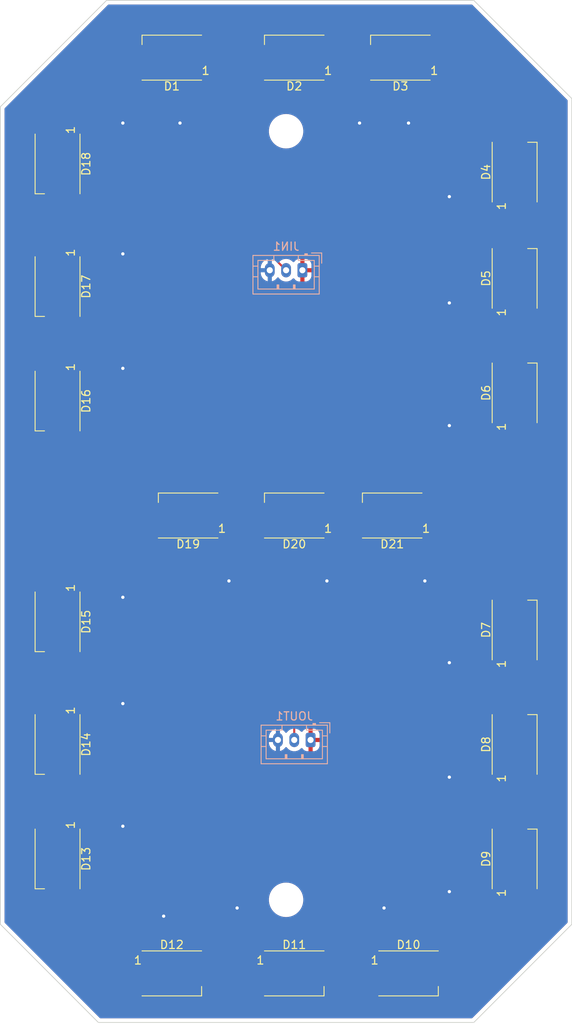
<source format=kicad_pcb>
(kicad_pcb (version 20211014) (generator pcbnew)
  (layers (0 "F.Cu" signal) (31 "B.Cu" signal) (34 "B.Paste" user) (35 "F.Paste" user) (36 "B.SilkS" user "B.Silkscreen") (37 "F.SilkS" user "F.Silkscreen") (38 "B.Mask" user) (39 "F.Mask" user) (44 "Edge.Cuts" user))
  (net 0 "")
  (net 1 "VDD")
  (net 2 "Net-(D1-Pad2)")
  (net 3 "VSS")
  (net 4 "Net-(D1-Pad4)")
  (net 5 "Net-(D2-Pad2)")
  (net 6 "Net-(D3-Pad2)")
  (net 7 "Net-(D4-Pad2)")
  (net 8 "Net-(D5-Pad2)")
  (net 9 "Net-(D6-Pad2)")
  (net 10 "Net-(D7-Pad2)")
  (net 11 "Net-(D8-Pad2)")
  (net 12 "Net-(D10-Pad4)")
  (net 13 "Net-(D10-Pad2)")
  (net 14 "Net-(D11-Pad2)")
  (net 15 "Net-(D12-Pad2)")
  (net 16 "Net-(D13-Pad2)")
  (net 17 "Net-(D14-Pad2)")
  (net 18 "Net-(D15-Pad2)")
  (net 19 "Net-(D16-Pad2)")
  (net 20 "Net-(D17-Pad2)")
  (net 21 "Net-(D18-Pad2)")
  (net 22 "Net-(D19-Pad2)")
  (net 23 "Net-(D20-Pad2)")
  (net 24 "Net-(D21-Pad2)")
  (footprint "LED_SMD:LED_WS2812B_PLCC4_5.0x5.0mm_P3.2mm" (layer "F.Cu") (at 75 134 -90)
    (fp_text reference "D14" (at 0 -3.5 90) (layer "F.SilkS"))
    (fp_text value "WS2812B")
    (fp_text user "1" (at -4.15 -1.6 90) (layer "F.SilkS"))
    (fp_line (start -3.65 -2.75) (end 3.65 -2.75) (layer "F.SilkS") (width 0.12))
    (fp_line (start -3.65 2.75) (end 3.65 2.75) (layer "F.SilkS") (width 0.12))
    (fp_line (start 3.65 2.75) (end 3.65 1.6) (layer "F.SilkS") (width 0.12))
    (pad "1" smd rect (at -2.45 -1.6 270) (size 1.5 1) (layers "F.Cu" "F.Paste" "F.Mask") (net 1 "VDD"))
    (pad "2" smd rect (at -2.45 1.6 270) (size 1.5 1) (layers "F.Cu" "F.Paste" "F.Mask") (net 17 "Net-(D14-Pad2)"))
    (pad "3" smd rect (at 2.45 1.6 270) (size 1.5 1) (layers "F.Cu" "F.Paste" "F.Mask") (net 3 "VSS"))
    (pad "4" smd rect (at 2.45 -1.6 270) (size 1.5 1) (layers "F.Cu" "F.Paste" "F.Mask") (net 16 "Net-(D13-Pad2)"))
  )
  (footprint "LED_SMD:LED_WS2812B_PLCC4_5.0x5.0mm_P3.2mm" (layer "F.Cu") (at 131 120 90)
    (fp_text reference "D7" (at 0 -3.5 90) (layer "F.SilkS"))
    (fp_text value "WS2812B")
    (fp_text user "1" (at -4.15 -1.6 90) (layer "F.SilkS"))
    (fp_line (start -3.65 -2.75) (end 3.65 -2.75) (layer "F.SilkS") (width 0.12))
    (fp_line (start 3.65 2.75) (end 3.65 1.6) (layer "F.SilkS") (width 0.12))
    (fp_line (start -3.65 2.75) (end 3.65 2.75) (layer "F.SilkS") (width 0.12))
    (pad "1" smd rect (at -2.45 -1.6 90) (size 1.5 1) (layers "F.Cu" "F.Paste" "F.Mask") (net 1 "VDD"))
    (pad "2" smd rect (at -2.45 1.6 90) (size 1.5 1) (layers "F.Cu" "F.Paste" "F.Mask") (net 10 "Net-(D7-Pad2)"))
    (pad "3" smd rect (at 2.45 1.6 90) (size 1.5 1) (layers "F.Cu" "F.Paste" "F.Mask") (net 3 "VSS"))
    (pad "4" smd rect (at 2.45 -1.6 90) (size 1.5 1) (layers "F.Cu" "F.Paste" "F.Mask") (net 9 "Net-(D6-Pad2)"))
  )
  (footprint "LED_SMD:LED_WS2812B_PLCC4_5.0x5.0mm_P3.2mm" (layer "F.Cu") (at 75 78 -90)
    (fp_text reference "D17" (at 0 -3.5 90) (layer "F.SilkS"))
    (fp_text value "WS2812B")
    (fp_text user "1" (at -4.15 -1.6 90) (layer "F.SilkS"))
    (fp_line (start 3.65 2.75) (end 3.65 1.6) (layer "F.SilkS") (width 0.12))
    (fp_line (start -3.65 2.75) (end 3.65 2.75) (layer "F.SilkS") (width 0.12))
    (fp_line (start -3.65 -2.75) (end 3.65 -2.75) (layer "F.SilkS") (width 0.12))
    (pad "1" smd rect (at -2.45 -1.6 270) (size 1.5 1) (layers "F.Cu" "F.Paste" "F.Mask") (net 1 "VDD"))
    (pad "2" smd rect (at -2.45 1.6 270) (size 1.5 1) (layers "F.Cu" "F.Paste" "F.Mask") (net 20 "Net-(D17-Pad2)"))
    (pad "3" smd rect (at 2.45 1.6 270) (size 1.5 1) (layers "F.Cu" "F.Paste" "F.Mask") (net 3 "VSS"))
    (pad "4" smd rect (at 2.45 -1.6 270) (size 1.5 1) (layers "F.Cu" "F.Paste" "F.Mask") (net 19 "Net-(D16-Pad2)"))
  )
  (footprint "LED_SMD:LED_WS2812B_PLCC4_5.0x5.0mm_P3.2mm" (layer "F.Cu") (at 131 64 90)
    (fp_text reference "D4" (at 0 -3.5 90) (layer "F.SilkS"))
    (fp_text value "WS2812B")
    (fp_text user "1" (at -4.15 -1.6 90) (layer "F.SilkS"))
    (fp_line (start -3.65 -2.75) (end 3.65 -2.75) (layer "F.SilkS") (width 0.12))
    (fp_line (start 3.65 2.75) (end 3.65 1.6) (layer "F.SilkS") (width 0.12))
    (fp_line (start -3.65 2.75) (end 3.65 2.75) (layer "F.SilkS") (width 0.12))
    (pad "1" smd rect (at -2.45 -1.6 90) (size 1.5 1) (layers "F.Cu" "F.Paste" "F.Mask") (net 1 "VDD"))
    (pad "2" smd rect (at -2.45 1.6 90) (size 1.5 1) (layers "F.Cu" "F.Paste" "F.Mask") (net 7 "Net-(D4-Pad2)"))
    (pad "3" smd rect (at 2.45 1.6 90) (size 1.5 1) (layers "F.Cu" "F.Paste" "F.Mask") (net 3 "VSS"))
    (pad "4" smd rect (at 2.45 -1.6 90) (size 1.5 1) (layers "F.Cu" "F.Paste" "F.Mask") (net 6 "Net-(D3-Pad2)"))
  )
  (footprint "LED_SMD:LED_WS2812B_PLCC4_5.0x5.0mm_P3.2mm" (layer "F.Cu") (at 75 63 -90)
    (fp_text reference "D18" (at 0 -3.5 90) (layer "F.SilkS"))
    (fp_text value "WS2812B")
    (fp_text user "1" (at -4.15 -1.6 90) (layer "F.SilkS"))
    (fp_line (start 3.65 2.75) (end 3.65 1.6) (layer "F.SilkS") (width 0.12))
    (fp_line (start -3.65 -2.75) (end 3.65 -2.75) (layer "F.SilkS") (width 0.12))
    (fp_line (start -3.65 2.75) (end 3.65 2.75) (layer "F.SilkS") (width 0.12))
    (pad "1" smd rect (at -2.45 -1.6 270) (size 1.5 1) (layers "F.Cu" "F.Paste" "F.Mask") (net 1 "VDD"))
    (pad "2" smd rect (at -2.45 1.6 270) (size 1.5 1) (layers "F.Cu" "F.Paste" "F.Mask") (net 21 "Net-(D18-Pad2)"))
    (pad "3" smd rect (at 2.45 1.6 270) (size 1.5 1) (layers "F.Cu" "F.Paste" "F.Mask") (net 3 "VSS"))
    (pad "4" smd rect (at 2.45 -1.6 270) (size 1.5 1) (layers "F.Cu" "F.Paste" "F.Mask") (net 20 "Net-(D17-Pad2)"))
  )
  (footprint "MountingHole:MountingHole_3.2mm_M3" (layer "F.Cu") (at 103 59)
    (fp_text reference "REF**" hide)
    (fp_text value "MountingHole_3.2mm_M3")
    (pad "" np_thru_hole circle (at 0 0) (size 3.2 3.2) (drill 3.2) (layers *.Cu *.Mask))
  )
  (footprint "LED_SMD:LED_WS2812B_PLCC4_5.0x5.0mm_P3.2mm" (layer "F.Cu") (at 75 148 -90)
    (fp_text reference "D13" (at 0 -3.5 90) (layer "F.SilkS"))
    (fp_text value "WS2812B")
    (fp_text user "1" (at -4.15 -1.6 90) (layer "F.SilkS"))
    (fp_line (start -3.65 2.75) (end 3.65 2.75) (layer "F.SilkS") (width 0.12))
    (fp_line (start 3.65 2.75) (end 3.65 1.6) (layer "F.SilkS") (width 0.12))
    (fp_line (start -3.65 -2.75) (end 3.65 -2.75) (layer "F.SilkS") (width 0.12))
    (pad "1" smd rect (at -2.45 -1.6 270) (size 1.5 1) (layers "F.Cu" "F.Paste" "F.Mask") (net 1 "VDD"))
    (pad "2" smd rect (at -2.45 1.6 270) (size 1.5 1) (layers "F.Cu" "F.Paste" "F.Mask") (net 16 "Net-(D13-Pad2)"))
    (pad "3" smd rect (at 2.45 1.6 270) (size 1.5 1) (layers "F.Cu" "F.Paste" "F.Mask") (net 3 "VSS"))
    (pad "4" smd rect (at 2.45 -1.6 270) (size 1.5 1) (layers "F.Cu" "F.Paste" "F.Mask") (net 15 "Net-(D12-Pad2)"))
  )
  (footprint "LED_SMD:LED_WS2812B_PLCC4_5.0x5.0mm_P3.2mm" (layer "F.Cu") (at 89 50 180)
    (fp_text reference "D1" (at 0 -3.5) (layer "F.SilkS"))
    (fp_text value "WS2812B")
    (fp_text user "1" (at -4.15 -1.6) (layer "F.SilkS"))
    (fp_line (start -3.65 -2.75) (end 3.65 -2.75) (layer "F.SilkS") (width 0.12))
    (fp_line (start 3.65 2.75) (end 3.65 1.6) (layer "F.SilkS") (width 0.12))
    (fp_line (start -3.65 2.75) (end 3.65 2.75) (layer "F.SilkS") (width 0.12))
    (pad "1" smd rect (at -2.45 -1.6 180) (size 1.5 1) (layers "F.Cu" "F.Paste" "F.Mask") (net 1 "VDD"))
    (pad "2" smd rect (at -2.45 1.6 180) (size 1.5 1) (layers "F.Cu" "F.Paste" "F.Mask") (net 2 "Net-(D1-Pad2)"))
    (pad "3" smd rect (at 2.45 1.6 180) (size 1.5 1) (layers "F.Cu" "F.Paste" "F.Mask") (net 3 "VSS"))
    (pad "4" smd rect (at 2.45 -1.6 180) (size 1.5 1) (layers "F.Cu" "F.Paste" "F.Mask") (net 4 "Net-(D1-Pad4)"))
  )
  (footprint "LED_SMD:LED_WS2812B_PLCC4_5.0x5.0mm_P3.2mm" (layer "F.Cu") (at 117 50 180)
    (fp_text reference "D3" (at 0 -3.5) (layer "F.SilkS"))
    (fp_text value "WS2812B")
    (fp_text user "1" (at -4.15 -1.6) (layer "F.SilkS"))
    (fp_line (start -3.65 -2.75) (end 3.65 -2.75) (layer "F.SilkS") (width 0.12))
    (fp_line (start -3.65 2.75) (end 3.65 2.75) (layer "F.SilkS") (width 0.12))
    (fp_line (start 3.65 2.75) (end 3.65 1.6) (layer "F.SilkS") (width 0.12))
    (pad "1" smd rect (at -2.45 -1.6 180) (size 1.5 1) (layers "F.Cu" "F.Paste" "F.Mask") (net 1 "VDD"))
    (pad "2" smd rect (at -2.45 1.6 180) (size 1.5 1) (layers "F.Cu" "F.Paste" "F.Mask") (net 6 "Net-(D3-Pad2)"))
    (pad "3" smd rect (at 2.45 1.6 180) (size 1.5 1) (layers "F.Cu" "F.Paste" "F.Mask") (net 3 "VSS"))
    (pad "4" smd rect (at 2.45 -1.6 180) (size 1.5 1) (layers "F.Cu" "F.Paste" "F.Mask") (net 5 "Net-(D2-Pad2)"))
  )
  (footprint "LED_SMD:LED_WS2812B_PLCC4_5.0x5.0mm_P3.2mm" (layer "F.Cu") (at 131 77 90)
    (fp_text reference "D5" (at 0 -3.5 90) (layer "F.SilkS"))
    (fp_text value "WS2812B")
    (fp_text user "1" (at -4.15 -1.6 90) (layer "F.SilkS"))
    (fp_line (start -3.65 -2.75) (end 3.65 -2.75) (layer "F.SilkS") (width 0.12))
    (fp_line (start 3.65 2.75) (end 3.65 1.6) (layer "F.SilkS") (width 0.12))
    (fp_line (start -3.65 2.75) (end 3.65 2.75) (layer "F.SilkS") (width 0.12))
    (pad "1" smd rect (at -2.45 -1.6 90) (size 1.5 1) (layers "F.Cu" "F.Paste" "F.Mask") (net 1 "VDD"))
    (pad "2" smd rect (at -2.45 1.6 90) (size 1.5 1) (layers "F.Cu" "F.Paste" "F.Mask") (net 8 "Net-(D5-Pad2)"))
    (pad "3" smd rect (at 2.45 1.6 90) (size 1.5 1) (layers "F.Cu" "F.Paste" "F.Mask") (net 3 "VSS"))
    (pad "4" smd rect (at 2.45 -1.6 90) (size 1.5 1) (layers "F.Cu" "F.Paste" "F.Mask") (net 7 "Net-(D4-Pad2)"))
  )
  (footprint "LED_SMD:LED_WS2812B_PLCC4_5.0x5.0mm_P3.2mm" (layer "F.Cu") (at 104 50 180)
    (fp_text reference "D2" (at 0 -3.5) (layer "F.SilkS"))
    (fp_text value "WS2812B")
    (fp_text user "1" (at -4.15 -1.6) (layer "F.SilkS"))
    (fp_line (start -3.65 2.75) (end 3.65 2.75) (layer "F.SilkS") (width 0.12))
    (fp_line (start -3.65 -2.75) (end 3.65 -2.75) (layer "F.SilkS") (width 0.12))
    (fp_line (start 3.65 2.75) (end 3.65 1.6) (layer "F.SilkS") (width 0.12))
    (pad "1" smd rect (at -2.45 -1.6 180) (size 1.5 1) (layers "F.Cu" "F.Paste" "F.Mask") (net 1 "VDD"))
    (pad "2" smd rect (at -2.45 1.6 180) (size 1.5 1) (layers "F.Cu" "F.Paste" "F.Mask") (net 5 "Net-(D2-Pad2)"))
    (pad "3" smd rect (at 2.45 1.6 180) (size 1.5 1) (layers "F.Cu" "F.Paste" "F.Mask") (net 3 "VSS"))
    (pad "4" smd rect (at 2.45 -1.6 180) (size 1.5 1) (layers "F.Cu" "F.Paste" "F.Mask") (net 2 "Net-(D1-Pad2)"))
  )
  (footprint "LED_SMD:LED_WS2812B_PLCC4_5.0x5.0mm_P3.2mm" (layer "F.Cu") (at 116 106 180)
    (fp_text reference "D21" (at 0 -3.5) (layer "F.SilkS"))
    (fp_text value "WS2812B")
    (fp_text user "1" (at -4.15 -1.6) (layer "F.SilkS"))
    (fp_line (start -3.65 2.75) (end 3.65 2.75) (layer "F.SilkS") (width 0.12))
    (fp_line (start -3.65 -2.75) (end 3.65 -2.75) (layer "F.SilkS") (width 0.12))
    (fp_line (start 3.65 2.75) (end 3.65 1.6) (layer "F.SilkS") (width 0.12))
    (pad "1" smd rect (at -2.45 -1.6 180) (size 1.5 1) (layers "F.Cu" "F.Paste" "F.Mask") (net 1 "VDD"))
    (pad "2" smd rect (at -2.45 1.6 180) (size 1.5 1) (layers "F.Cu" "F.Paste" "F.Mask") (net 24 "Net-(D21-Pad2)"))
    (pad "3" smd rect (at 2.45 1.6 180) (size 1.5 1) (layers "F.Cu" "F.Paste" "F.Mask") (net 3 "VSS"))
    (pad "4" smd rect (at 2.45 -1.6 180) (size 1.5 1) (layers "F.Cu" "F.Paste" "F.Mask") (net 23 "Net-(D20-Pad2)"))
  )
  (footprint "MountingHole:MountingHole_3.2mm_M3" (layer "F.Cu") (at 103 153)
    (fp_text reference "REF**" hide)
    (fp_text value "MountingHole_3.2mm_M3")
    (pad "" np_thru_hole circle (at 0 0) (size 3.2 3.2) (drill 3.2) (layers *.Cu *.Mask))
  )
  (footprint "LED_SMD:LED_WS2812B_PLCC4_5.0x5.0mm_P3.2mm" (layer "F.Cu") (at 131 91 90)
    (fp_text reference "D6" (at 0 -3.5 90) (layer "F.SilkS"))
    (fp_text value "WS2812B")
    (fp_text user "1" (at -4.15 -1.6 90) (layer "F.SilkS"))
    (fp_line (start 3.65 2.75) (end 3.65 1.6) (layer "F.SilkS") (width 0.12))
    (fp_line (start -3.65 -2.75) (end 3.65 -2.75) (layer "F.SilkS") (width 0.12))
    (fp_line (start -3.65 2.75) (end 3.65 2.75) (layer "F.SilkS") (width 0.12))
    (pad "1" smd rect (at -2.45 -1.6 90) (size 1.5 1) (layers "F.Cu" "F.Paste" "F.Mask") (net 1 "VDD"))
    (pad "2" smd rect (at -2.45 1.6 90) (size 1.5 1) (layers "F.Cu" "F.Paste" "F.Mask") (net 9 "Net-(D6-Pad2)"))
    (pad "3" smd rect (at 2.45 1.6 90) (size 1.5 1) (layers "F.Cu" "F.Paste" "F.Mask") (net 3 "VSS"))
    (pad "4" smd rect (at 2.45 -1.6 90) (size 1.5 1) (layers "F.Cu" "F.Paste" "F.Mask") (net 8 "Net-(D5-Pad2)"))
  )
  (footprint "LED_SMD:LED_WS2812B_PLCC4_5.0x5.0mm_P3.2mm" (layer "F.Cu") (at 104 162)
    (fp_text reference "D11" (at 0 -3.5) (layer "F.SilkS"))
    (fp_text value "WS2812B")
    (fp_text user "1" (at -4.15 -1.6) (layer "F.SilkS"))
    (fp_line (start -3.65 2.75) (end 3.65 2.75) (layer "F.SilkS") (width 0.12))
    (fp_line (start -3.65 -2.75) (end 3.65 -2.75) (layer "F.SilkS") (width 0.12))
    (fp_line (start 3.65 2.75) (end 3.65 1.6) (layer "F.SilkS") (width 0.12))
    (pad "1" smd rect (at -2.45 -1.6) (size 1.5 1) (layers "F.Cu" "F.Paste" "F.Mask") (net 1 "VDD"))
    (pad "2" smd rect (at -2.45 1.6) (size 1.5 1) (layers "F.Cu" "F.Paste" "F.Mask") (net 14 "Net-(D11-Pad2)"))
    (pad "3" smd rect (at 2.45 1.6) (size 1.5 1) (layers "F.Cu" "F.Paste" "F.Mask") (net 3 "VSS"))
    (pad "4" smd rect (at 2.45 -1.6) (size 1.5 1) (layers "F.Cu" "F.Paste" "F.Mask") (net 13 "Net-(D10-Pad2)"))
  )
  (footprint "LED_SMD:LED_WS2812B_PLCC4_5.0x5.0mm_P3.2mm" (layer "F.Cu") (at 75 119 -90)
    (fp_text reference "D15" (at 0 -3.5 90) (layer "F.SilkS"))
    (fp_text value "WS2812B")
    (fp_text user "1" (at -4.15 -1.6 90) (layer "F.SilkS"))
    (fp_line (start -3.65 2.75) (end 3.65 2.75) (layer "F.SilkS") (width 0.12))
    (fp_line (start 3.65 2.75) (end 3.65 1.6) (layer "F.SilkS") (width 0.12))
    (fp_line (start -3.65 -2.75) (end 3.65 -2.75) (layer "F.SilkS") (width 0.12))
    (pad "1" smd rect (at -2.45 -1.6 270) (size 1.5 1) (layers "F.Cu" "F.Paste" "F.Mask") (net 1 "VDD"))
    (pad "2" smd rect (at -2.45 1.6 270) (size 1.5 1) (layers "F.Cu" "F.Paste" "F.Mask") (net 18 "Net-(D15-Pad2)"))
    (pad "3" smd rect (at 2.45 1.6 270) (size 1.5 1) (layers "F.Cu" "F.Paste" "F.Mask") (net 3 "VSS"))
    (pad "4" smd rect (at 2.45 -1.6 270) (size 1.5 1) (layers "F.Cu" "F.Paste" "F.Mask") (net 17 "Net-(D14-Pad2)"))
  )
  (footprint "LED_SMD:LED_WS2812B_PLCC4_5.0x5.0mm_P3.2mm" (layer "F.Cu") (at 91 106 180)
    (fp_text reference "D19" (at 0 -3.5) (layer "F.SilkS"))
    (fp_text value "WS2812B")
    (fp_text user "1" (at -4.15 -1.6) (layer "F.SilkS"))
    (fp_line (start 3.65 2.75) (end 3.65 1.6) (layer "F.SilkS") (width 0.12))
    (fp_line (start -3.65 -2.75) (end 3.65 -2.75) (layer "F.SilkS") (width 0.12))
    (fp_line (start -3.65 2.75) (end 3.65 2.75) (layer "F.SilkS") (width 0.12))
    (pad "1" smd rect (at -2.45 -1.6 180) (size 1.5 1) (layers "F.Cu" "F.Paste" "F.Mask") (net 1 "VDD"))
    (pad "2" smd rect (at -2.45 1.6 180) (size 1.5 1) (layers "F.Cu" "F.Paste" "F.Mask") (net 22 "Net-(D19-Pad2)"))
    (pad "3" smd rect (at 2.45 1.6 180) (size 1.5 1) (layers "F.Cu" "F.Paste" "F.Mask") (net 3 "VSS"))
    (pad "4" smd rect (at 2.45 -1.6 180) (size 1.5 1) (layers "F.Cu" "F.Paste" "F.Mask") (net 21 "Net-(D18-Pad2)"))
  )
  (footprint "LED_SMD:LED_WS2812B_PLCC4_5.0x5.0mm_P3.2mm" (layer "F.Cu") (at 131 134 90)
    (fp_text reference "D8" (at 0 -3.5 90) (layer "F.SilkS"))
    (fp_text value "WS2812B")
    (fp_text user "1" (at -4.15 -1.6 90) (layer "F.SilkS"))
    (fp_line (start 3.65 2.75) (end 3.65 1.6) (layer "F.SilkS") (width 0.12))
    (fp_line (start -3.65 2.75) (end 3.65 2.75) (layer "F.SilkS") (width 0.12))
    (fp_line (start -3.65 -2.75) (end 3.65 -2.75) (layer "F.SilkS") (width 0.12))
    (pad "1" smd rect (at -2.45 -1.6 90) (size 1.5 1) (layers "F.Cu" "F.Paste" "F.Mask") (net 1 "VDD"))
    (pad "2" smd rect (at -2.45 1.6 90) (size 1.5 1) (layers "F.Cu" "F.Paste" "F.Mask") (net 11 "Net-(D8-Pad2)"))
    (pad "3" smd rect (at 2.45 1.6 90) (size 1.5 1) (layers "F.Cu" "F.Paste" "F.Mask") (net 3 "VSS"))
    (pad "4" smd rect (at 2.45 -1.6 90) (size 1.5 1) (layers "F.Cu" "F.Paste" "F.Mask") (net 10 "Net-(D7-Pad2)"))
  )
  (footprint "LED_SMD:LED_WS2812B_PLCC4_5.0x5.0mm_P3.2mm" (layer "F.Cu") (at 118 162)
    (fp_text reference "D10" (at 0 -3.5) (layer "F.SilkS"))
    (fp_text value "WS2812B")
    (fp_text user "1" (at -4.15 -1.6) (layer "F.SilkS"))
    (fp_line (start 3.65 2.75) (end 3.65 1.6) (layer "F.SilkS") (width 0.12))
    (fp_line (start -3.65 2.75) (end 3.65 2.75) (layer "F.SilkS") (width 0.12))
    (fp_line (start -3.65 -2.75) (end 3.65 -2.75) (layer "F.SilkS") (width 0.12))
    (pad "1" smd rect (at -2.45 -1.6) (size 1.5 1) (layers "F.Cu" "F.Paste" "F.Mask") (net 1 "VDD"))
    (pad "2" smd rect (at -2.45 1.6) (size 1.5 1) (layers "F.Cu" "F.Paste" "F.Mask") (net 13 "Net-(D10-Pad2)"))
    (pad "3" smd rect (at 2.45 1.6) (size 1.5 1) (layers "F.Cu" "F.Paste" "F.Mask") (net 3 "VSS"))
    (pad "4" smd rect (at 2.45 -1.6) (size 1.5 1) (layers "F.Cu" "F.Paste" "F.Mask") (net 12 "Net-(D10-Pad4)"))
  )
  (footprint "LED_SMD:LED_WS2812B_PLCC4_5.0x5.0mm_P3.2mm" (layer "F.Cu") (at 131 148 90)
    (fp_text reference "D9" (at 0 -3.5 90) (layer "F.SilkS"))
    (fp_text value "WS2812B")
    (fp_text user "1" (at -4.15 -1.6 90) (layer "F.SilkS"))
    (fp_line (start -3.65 -2.75) (end 3.65 -2.75) (layer "F.SilkS") (width 0.12))
    (fp_line (start 3.65 2.75) (end 3.65 1.6) (layer "F.SilkS") (width 0.12))
    (fp_line (start -3.65 2.75) (end 3.65 2.75) (layer "F.SilkS") (width 0.12))
    (pad "1" smd rect (at -2.45 -1.6 90) (size 1.5 1) (layers "F.Cu" "F.Paste" "F.Mask") (net 1 "VDD"))
    (pad "2" smd rect (at -2.45 1.6 90) (size 1.5 1) (layers "F.Cu" "F.Paste" "F.Mask") (net 12 "Net-(D10-Pad4)"))
    (pad "3" smd rect (at 2.45 1.6 90) (size 1.5 1) (layers "F.Cu" "F.Paste" "F.Mask") (net 3 "VSS"))
    (pad "4" smd rect (at 2.45 -1.6 90) (size 1.5 1) (layers "F.Cu" "F.Paste" "F.Mask") (net 11 "Net-(D8-Pad2)"))
  )
  (footprint "LED_SMD:LED_WS2812B_PLCC4_5.0x5.0mm_P3.2mm" (layer "F.Cu") (at 89 162)
    (fp_text reference "D12" (at 0 -3.5) (layer "F.SilkS"))
    (fp_text value "WS2812B")
    (fp_text user "1" (at -4.15 -1.6) (layer "F.SilkS"))
    (fp_line (start -3.65 -2.75) (end 3.65 -2.75) (layer "F.SilkS") (width 0.12))
    (fp_line (start -3.65 2.75) (end 3.65 2.75) (layer "F.SilkS") (width 0.12))
    (fp_line (start 3.65 2.75) (end 3.65 1.6) (layer "F.SilkS") (width 0.12))
    (pad "1" smd rect (at -2.45 -1.6) (size 1.5 1) (layers "F.Cu" "F.Paste" "F.Mask") (net 1 "VDD"))
    (pad "2" smd rect (at -2.45 1.6) (size 1.5 1) (layers "F.Cu" "F.Paste" "F.Mask") (net 15 "Net-(D12-Pad2)"))
    (pad "3" smd rect (at 2.45 1.6) (size 1.5 1) (layers "F.Cu" "F.Paste" "F.Mask") (net 3 "VSS"))
    (pad "4" smd rect (at 2.45 -1.6) (size 1.5 1) (layers "F.Cu" "F.Paste" "F.Mask") (net 14 "Net-(D11-Pad2)"))
  )
  (footprint "LED_SMD:LED_WS2812B_PLCC4_5.0x5.0mm_P3.2mm" (layer "F.Cu") (at 75 92 -90)
    (fp_text reference "D16" (at 0 -3.5 90) (layer "F.SilkS"))
    (fp_text value "WS2812B")
    (fp_text user "1" (at -4.15 -1.6 90) (layer "F.SilkS"))
    (fp_line (start -3.65 2.75) (end 3.65 2.75) (layer "F.SilkS") (width 0.12))
    (fp_line (start 3.65 2.75) (end 3.65 1.6) (layer "F.SilkS") (width 0.12))
    (fp_line (start -3.65 -2.75) (end 3.65 -2.75) (layer "F.SilkS") (width 0.12))
    (pad "1" smd rect (at -2.45 -1.6 270) (size 1.5 1) (layers "F.Cu" "F.Paste" "F.Mask") (net 1 "VDD"))
    (pad "2" smd rect (at -2.45 1.6 270) (size 1.5 1) (layers "F.Cu" "F.Paste" "F.Mask") (net 19 "Net-(D16-Pad2)"))
    (pad "3" smd rect (at 2.45 1.6 270) (size 1.5 1) (layers "F.Cu" "F.Paste" "F.Mask") (net 3 "VSS"))
    (pad "4" smd rect (at 2.45 -1.6 270) (size 1.5 1) (layers "F.Cu" "F.Paste" "F.Mask") (net 18 "Net-(D15-Pad2)"))
  )
  (footprint "LED_SMD:LED_WS2812B_PLCC4_5.0x5.0mm_P3.2mm" (layer "F.Cu") (at 104 106 180)
    (fp_text reference "D20" (at 0 -3.5) (layer "F.SilkS"))
    (fp_text value "WS2812B")
    (fp_text user "1" (at -4.15 -1.6) (layer "F.SilkS"))
    (fp_line (start 3.65 2.75) (end 3.65 1.6) (layer "F.SilkS") (width 0.12))
    (fp_line (start -3.65 -2.75) (end 3.65 -2.75) (layer "F.SilkS") (width 0.12))
    (fp_line (start -3.65 2.75) (end 3.65 2.75) (layer "F.SilkS") (width 0.12))
    (pad "1" smd rect (at -2.45 -1.6 180) (size 1.5 1) (layers "F.Cu" "F.Paste" "F.Mask") (net 1 "VDD"))
    (pad "2" smd rect (at -2.45 1.6 180) (size 1.5 1) (layers "F.Cu" "F.Paste" "F.Mask") (net 23 "Net-(D20-Pad2)"))
    (pad "3" smd rect (at 2.45 1.6 180) (size 1.5 1) (layers "F.Cu" "F.Paste" "F.Mask") (net 3 "VSS"))
    (pad "4" smd rect (at 2.45 -1.6 180) (size 1.5 1) (layers "F.Cu" "F.Paste" "F.Mask") (net 22 "Net-(D19-Pad2)"))
  )
  (footprint "Connector_JST:JST_PH_B3B-PH-K_1x03_P2.00mm_Vertical" (layer "B.Cu") (at 105 76 180)
    (fp_text reference "JIN1" (at 2 2.9) (layer "B.SilkS") (effects (justify mirror)))
    (fp_text value "Conn_01x03_Male")
    (fp_line (start 6.06 1.81) (end -2.06 1.81) (layer "B.SilkS") (width 0.12))
    (fp_line (start -1.45 -2.3) (end 5.45 -2.3) (layer "B.SilkS") (width 0.12))
    (fp_line (start 0.9 -2.3) (end 0.9 -1.8) (layer "B.SilkS") (width 0.12))
    (fp_line (start 6.06 0.5) (end 5.45 0.5) (layer "B.SilkS") (width 0.12))
    (fp_line (start 5.45 -2.3) (end 5.45 1.2) (layer "B.SilkS") (width 0.12))
    (fp_line (start -2.06 1.81) (end -2.06 -2.91) (layer "B.SilkS") (width 0.12))
    (fp_line (start -2.06 -2.91) (end 6.06 -2.91) (layer "B.SilkS") (width 0.12))
    (fp_line (start 1.1 -1.8) (end 1.1 -2.3) (layer "B.SilkS") (width 0.12))
    (fp_line (start 2.9 -1.8) (end 3.1 -1.8) (layer "B.SilkS") (width 0.12))
    (fp_line (start 0.9 -1.8) (end 1.1 -1.8) (layer "B.SilkS") (width 0.12))
    (fp_line (start -1.11 2.11) (end -2.36 2.11) (layer "B.SilkS") (width 0.12))
    (fp_line (start 3 -2.3) (end 3 -1.8) (layer "B.SilkS") (width 0.12))
    (fp_line (start 5.45 1.2) (end 3.5 1.2) (layer "B.SilkS") (width 0.12))
    (fp_line (start 0.5 1.2) (end -1.45 1.2) (layer "B.SilkS") (width 0.12))
    (fp_line (start -0.6 2.01) (end -0.6 1.81) (layer "B.SilkS") (width 0.12))
    (fp_line (start 0.5 1.81) (end 0.5 1.2) (layer "B.SilkS") (width 0.12))
    (fp_line (start 6.06 -2.91) (end 6.06 1.81) (layer "B.SilkS") (width 0.12))
    (fp_line (start 1 -2.3) (end 1 -1.8) (layer "B.SilkS") (width 0.12))
    (fp_line (start -0.3 2.01) (end -0.6 2.01) (layer "B.SilkS") (width 0.12))
    (fp_line (start 6.06 -0.8) (end 5.45 -0.8) (layer "B.SilkS") (width 0.12))
    (fp_line (start 2.9 -2.3) (end 2.9 -1.8) (layer "B.SilkS") (width 0.12))
    (fp_line (start -0.3 1.81) (end -0.3 2.01) (layer "B.SilkS") (width 0.12))
    (fp_line (start -2.06 -0.8) (end -1.45 -0.8) (layer "B.SilkS") (width 0.12))
    (fp_line (start 3.5 1.2) (end 3.5 1.81) (layer "B.SilkS") (width 0.12))
    (fp_line (start -2.06 0.5) (end -1.45 0.5) (layer "B.SilkS") (width 0.12))
    (fp_line (start -2.36 2.11) (end -2.36 0.86) (layer "B.SilkS") (width 0.12))
    (fp_line (start -1.45 1.2) (end -1.45 -2.3) (layer "B.SilkS") (width 0.12))
    (fp_line (start -0.3 1.91) (end -0.6 1.91) (layer "B.SilkS") (width 0.12))
    (fp_line (start 3.1 -1.8) (end 3.1 -2.3) (layer "B.SilkS") (width 0.12))
    (pad "1" thru_hole roundrect (at 0 0 180) (size 1.2 1.75) (drill 0.75) (layers *.Cu *.Mask) (roundrect_rratio 0.2083333333) (net 3 "VSS"))
    (pad "2" thru_hole oval (at 2 0 180) (size 1.2 1.75) (drill 0.75) (layers *.Cu *.Mask) (net 4 "Net-(D1-Pad4)"))
    (pad "3" thru_hole oval (at 4 0 180) (size 1.2 1.75) (drill 0.75) (layers *.Cu *.Mask) (net 1 "VDD"))
  )
  (footprint "Connector_JST:JST_PH_B3B-PH-K_1x03_P2.00mm_Vertical" (layer "B.Cu") (at 106 133.45 180)
    (fp_text reference "JOUT1" (at 2 2.9) (layer "B.SilkS") (effects (justify mirror)))
    (fp_text value "Conn_01x03_Male")
    (fp_line (start 6.06 1.81) (end -2.06 1.81) (layer "B.SilkS") (width 0.12))
    (fp_line (start 1 -2.3) (end 1 -1.8) (layer "B.SilkS") (width 0.12))
    (fp_line (start 0.5 1.81) (end 0.5 1.2) (layer "B.SilkS") (width 0.12))
    (fp_line (start -0.3 1.91) (end -0.6 1.91) (layer "B.SilkS") (width 0.12))
    (fp_line (start 0.9 -2.3) (end 0.9 -1.8) (layer "B.SilkS") (width 0.12))
    (fp_line (start 5.45 1.2) (end 3.5 1.2) (layer "B.SilkS") (width 0.12))
    (fp_line (start -1.45 1.2) (end -1.45 -2.3) (layer "B.SilkS") (width 0.12))
    (fp_line (start -1.11 2.11) (end -2.36 2.11) (layer "B.SilkS") (width 0.12))
    (fp_line (start -0.3 2.01) (end -0.6 2.01) (layer "B.SilkS") (width 0.12))
    (fp_line (start 3 -2.3) (end 3 -1.8) (layer "B.SilkS") (width 0.12))
    (fp_line (start -2.06 -0.8) (end -1.45 -0.8) (layer "B.SilkS") (width 0.12))
    (fp_line (start 2.9 -2.3) (end 2.9 -1.8) (layer "B.SilkS") (width 0.12))
    (fp_line (start 3.5 1.2) (end 3.5 1.81) (layer "B.SilkS") (width 0.12))
    (fp_line (start 0.5 1.2) (end -1.45 1.2) (layer "B.SilkS") (width 0.12))
    (fp_line (start -2.06 1.81) (end -2.06 -2.91) (layer "B.SilkS") (width 0.12))
    (fp_line (start -0.6 2.01) (end -0.6 1.81) (layer "B.SilkS") (width 0.12))
    (fp_line (start 1.1 -1.8) (end 1.1 -2.3) (layer "B.SilkS") (width 0.12))
    (fp_line (start 6.06 -0.8) (end 5.45 -0.8) (layer "B.SilkS") (width 0.12))
    (fp_line (start -1.45 -2.3) (end 5.45 -2.3) (layer "B.SilkS") (width 0.12))
    (fp_line (start 5.45 -2.3) (end 5.45 1.2) (layer "B.SilkS") (width 0.12))
    (fp_line (start 0.9 -1.8) (end 1.1 -1.8) (layer "B.SilkS") (width 0.12))
    (fp_line (start 6.06 -2.91) (end 6.06 1.81) (layer "B.SilkS") (width 0.12))
    (fp_line (start 6.06 0.5) (end 5.45 0.5) (layer "B.SilkS") (width 0.12))
    (fp_line (start -2.36 2.11) (end -2.36 0.86) (layer "B.SilkS") (width 0.12))
    (fp_line (start 2.9 -1.8) (end 3.1 -1.8) (layer "B.SilkS") (width 0.12))
    (fp_line (start -2.06 0.5) (end -1.45 0.5) (layer "B.SilkS") (width 0.12))
    (fp_line (start 3.1 -1.8) (end 3.1 -2.3) (layer "B.SilkS") (width 0.12))
    (fp_line (start -2.06 -2.91) (end 6.06 -2.91) (layer "B.SilkS") (width 0.12))
    (fp_line (start -0.3 1.81) (end -0.3 2.01) (layer "B.SilkS") (width 0.12))
    (pad "1" thru_hole roundrect (at 0 0 180) (size 1.2 1.75) (drill 0.75) (layers *.Cu *.Mask) (roundrect_rratio 0.2083333333) (net 3 "VSS"))
    (pad "2" thru_hole oval (at 2 0 180) (size 1.2 1.75) (drill 0.75) (layers *.Cu *.Mask) (net 24 "Net-(D21-Pad2)"))
    (pad "3" thru_hole oval (at 4 0 180) (size 1.2 1.75) (drill 0.75) (layers *.Cu *.Mask) (net 1 "VDD"))
  )
  (gr_poly (pts (xy 138 55) (xy 138 156) (xy 126 168) (xy 80 168) (xy 68 156) (xy 68 56) (xy 81 43) (xy 126 43)) (layer "Edge.Cuts") (width 0.1) (fill none))
  (segment (start 83 116) (end 82.45 116.55) (width 1) (layer "F.Cu") (net 1))
  (segment (start 123 124) (end 124.55 122.45) (width 1) (layer "F.Cu") (net 1))
  (segment (start 124.55 136.45) (end 129.4 136.45) (width 1) (layer "F.Cu") (net 1))
  (segment (start 97 154) (end 97 156) (width 1) (layer "F.Cu") (net 1))
  (segment (start 83 74) (end 81.45 75.55) (width 1) (layer "F.Cu") (net 1))
  (segment (start 90 53.05) (end 91.45 51.6) (width 1) (layer "F.Cu") (net 1))
  (segment (start 115 159.85) (end 115.55 160.4) (width 1) (layer "F.Cu") (net 1))
  (segment (start 81.45 89.55) (end 76.6 89.55) (width 1) (layer "F.Cu") (net 1))
  (segment (start 120 114) (end 118.45 112.45) (width 1) (layer "F.Cu") (net 1))
  (segment (start 112 58) (end 112 57.15) (width 1) (layer "F.Cu") (net 1))
  (segment (start 123.55 79.45) (end 129.4 79.45) (width 1) (layer "F.Cu") (net 1))
  (segment (start 80.45 60.55) (end 76.6 60.55) (width 1) (layer "F.Cu") (net 1))
  (segment (start 86.55 156.45) (end 86.55 160.4) (width 1) (layer "F.Cu") (net 1))
  (segment (start 123 67) (end 123.55 66.45) (width 1) (layer "F.Cu") (net 1))
  (segment (start 106.45 112.45) (end 106.45 107.6) (width 1) (layer "F.Cu") (net 1))
  (segment (start 118.45 112.45) (end 118.45 107.6) (width 1) (layer "F.Cu") (net 1))
  (segment (start 124.55 150.45) (end 129.4 150.45) (width 1) (layer "F.Cu") (net 1))
  (segment (start 90 58) (end 90 53.05) (width 1) (layer "F.Cu") (net 1))
  (segment (start 76.6 131.4) (end 76.6 131.55) (width 1) (layer "F.Cu") (net 1))
  (segment (start 124.55 122.45) (end 129.4 122.45) (width 1) (layer "F.Cu") (net 1))
  (segment (start 83 144) (end 81.45 145.55) (width 1) (layer "F.Cu") (net 1))
  (segment (start 93.6 107.6) (end 93.45 107.6) (width 1) (layer "F.Cu") (net 1))
  (segment (start 101.4 160.4) (end 101.55 160.4) (width 1) (layer "F.Cu") (net 1))
  (segment (start 96 110) (end 93.6 107.6) (width 1) (layer "F.Cu") (net 1))
  (segment (start 81.45 75.55) (end 76.6 75.55) (width 1) (layer "F.Cu") (net 1))
  (segment (start 88 155) (end 86.55 156.45) (width 1) (layer "F.Cu") (net 1))
  (segment (start 124.55 93.45) (end 129.4 93.45) (width 1) (layer "F.Cu") (net 1))
  (segment (start 81.45 145.55) (end 76.6 145.55) (width 1) (layer "F.Cu") (net 1))
  (segment (start 96 114) (end 96 110) (width 1) (layer "F.Cu") (net 1))
  (segment (start 83 88) (end 81.45 89.55) (width 1) (layer "F.Cu") (net 1))
  (segment (start 115 154) (end 115 159.85) (width 1) (layer "F.Cu") (net 1))
  (segment (start 123 152) (end 124.55 150.45) (width 1) (layer "F.Cu") (net 1))
  (segment (start 83 129) (end 79 129) (width 1) (layer "F.Cu") (net 1))
  (segment (start 97 156) (end 101.4 160.4) (width 1) (layer "F.Cu") (net 1))
  (segment (start 123 138) (end 124.55 136.45) (width 1) (layer "F.Cu") (net 1))
  (segment (start 83 58) (end 80.45 60.55) (width 1) (layer "F.Cu") (net 1))
  (segment (start 123.55 66.45) (end 129.4 66.45) (width 1) (layer "F.Cu") (net 1))
  (segment (start 79 129) (end 76.6 131.4) (width 1) (layer "F.Cu") (net 1))
  (segment (start 112 57.15) (end 106.45 51.6) (width 1) (layer "F.Cu") (net 1))
  (segment (start 82.45 116.55) (end 76.6 116.55) (width 1) (layer "F.Cu") (net 1))
  (segment (start 118 58) (end 119.45 56.55) (width 1) (layer "F.Cu") (net 1))
  (segment (start 123 95) (end 124.55 93.45) (width 1) (layer "F.Cu") (net 1))
  (segment (start 123 80) (end 123.55 79.45) (width 1) (layer "F.Cu") (net 1))
  (segment (start 119.45 56.55) (end 119.45 51.6) (width 1) (layer "F.Cu") (net 1))
  (segment (start 108 114) (end 106.45 112.45) (width 1) (layer "F.Cu") (net 1))
  (via (at 97 154) (size 0.8) (drill 0.4) (layers "F.Cu" "B.Cu") (net 1))
  (via (at 83 58) (size 0.8) (drill 0.4) (layers "F.Cu" "B.Cu") (net 1))
  (via (at 123 124) (size 0.8) (drill 0.4) (layers "F.Cu" "B.Cu") (net 1))
  (via (at 123 80) (size 0.8) (drill 0.4) (layers "F.Cu" "B.Cu") (net 1))
  (via (at 123 152) (size 0.8) (drill 0.4) (layers "F.Cu" "B.Cu") (net 1))
  (via (at 112 58) (size 0.8) (drill 0.4) (layers "F.Cu" "B.Cu") (net 1))
  (via (at 88 155) (size 0.8) (drill 0.4) (layers "F.Cu" "B.Cu") (net 1))
  (via (at 83 74) (size 0.8) (drill 0.4) (layers "F.Cu" "B.Cu") (net 1))
  (via (at 96 114) (size 0.8) (drill 0.4) (layers "F.Cu" "B.Cu") (net 1))
  (via (at 90 58) (size 0.8) (drill 0.4) (layers "F.Cu" "B.Cu") (net 1))
  (via (at 83 88) (size 0.8) (drill 0.4) (layers "F.Cu" "B.Cu") (net 1))
  (via (at 83 129) (size 0.8) (drill 0.4) (layers "F.Cu" "B.Cu") (net 1))
  (via (at 118 58) (size 0.8) (drill 0.4) (layers "F.Cu" "B.Cu") (net 1))
  (via (at 123 67) (size 0.8) (drill 0.4) (layers "F.Cu" "B.Cu") (net 1))
  (via (at 120 114) (size 0.8) (drill 0.4) (layers "F.Cu" "B.Cu") (net 1))
  (via (at 115 154) (size 0.8) (drill 0.4) (layers "F.Cu" "B.Cu") (net 1))
  (via (at 83 116) (size 0.8) (drill 0.4) (layers "F.Cu" "B.Cu") (net 1))
  (via (at 108 114) (size 0.8) (drill 0.4) (layers "F.Cu" "B.Cu") (net 1))
  (via (at 123 138) (size 0.8) (drill 0.4) (layers "F.Cu" "B.Cu") (net 1))
  (via (at 83 144) (size 0.8) (drill 0.4) (layers "F.Cu" "B.Cu") (net 1))
  (via (at 123 95) (size 0.8) (drill 0.4) (layers "F.Cu" "B.Cu") (net 1))
  (segment (start 98.35 48.4) (end 101.55 51.6) (width 0.25) (layer "F.Cu") (net 2))
  (segment (start 91.45 48.4) (end 98.35 48.4) (width 0.25) (layer "F.Cu") (net 2))
  (segment (start 86.55 63.55) (end 86.55 51.6) (width 0.25) (layer "F.Cu") (net 4))
  (segment (start 103 76) (end 93 66) (width 0.25) (layer "F.Cu") (net 4))
  (segment (start 93 66) (end 89 66) (width 0.25) (layer "F.Cu") (net 4))
  (segment (start 89 66) (end 86.55 63.55) (width 0.25) (layer "F.Cu") (net 4))
  (segment (start 111.35 48.4) (end 114.55 51.6) (width 0.25) (layer "F.Cu") (net 5))
  (segment (start 106.45 48.4) (end 111.35 48.4) (width 0.25) (layer "F.Cu") (net 5))
  (segment (start 129.4 58.35) (end 129.4 61.55) (width 0.25) (layer "F.Cu") (net 6))
  (segment (start 119.45 48.4) (end 129.4 58.35) (width 0.25) (layer "F.Cu") (net 6))
  (segment (start 132.6 66.45) (end 132.6 71.35) (width 0.25) (layer "F.Cu") (net 7))
  (segment (start 132.6 71.35) (end 129.4 74.55) (width 0.25) (layer "F.Cu") (net 7))
  (segment (start 132.6 79.45) (end 132.6 85.35) (width 0.25) (layer "F.Cu") (net 8))
  (segment (start 132.6 85.35) (end 129.4 88.55) (width 0.25) (layer "F.Cu") (net 8))
  (segment (start 132.6 93.45) (end 132.6 114.35) (width 0.25) (layer "F.Cu") (net 9))
  (segment (start 132.6 114.35) (end 129.4 117.55) (width 0.25) (layer "F.Cu") (net 9))
  (segment (start 132.6 122.45) (end 132.6 128.35) (width 0.25) (layer "F.Cu") (net 10))
  (segment (start 132.6 128.35) (end 129.4 131.55) (width 0.25) (layer "F.Cu") (net 10))
  (segment (start 132.6 142.35) (end 129.4 145.55) (width 0.25) (layer "F.Cu") (net 11))
  (segment (start 132.6 136.45) (end 132.6 142.35) (width 0.25) (layer "F.Cu") (net 11))
  (segment (start 122.65 160.4) (end 120.45 160.4) (width 0.25) (layer "F.Cu") (net 12))
  (segment (start 132.6 150.45) (end 122.65 160.4) (width 0.25) (layer "F.Cu") (net 12))
  (segment (start 109.65 163.6) (end 106.45 160.4) (width 0.25) (layer "F.Cu") (net 13))
  (segment (start 115.55 163.6) (end 109.65 163.6) (width 0.25) (layer "F.Cu") (net 13))
  (segment (start 101.55 163.6) (end 94.65 163.6) (width 0.25) (layer "F.Cu") (net 14))
  (segment (start 94.65 163.6) (end 91.45 160.4) (width 0.25) (layer "F.Cu") (net 14))
  (segment (start 86.55 163.6) (end 76.6 153.65) (width 0.25) (layer "F.Cu") (net 15))
  (segment (start 76.6 153.65) (end 76.6 150.45) (width 0.25) (layer "F.Cu") (net 15))
  (segment (start 73.4 145.55) (end 73.4 139.65) (width 0.25) (layer "F.Cu") (net 16))
  (segment (start 73.4 139.65) (end 76.6 136.45) (width 0.25) (layer "F.Cu") (net 16))
  (segment (start 73.4 131.55) (end 73.4 124.65) (width 0.25) (layer "F.Cu") (net 17))
  (segment (start 73.4 124.65) (end 76.6 121.45) (width 0.25) (layer "F.Cu") (net 17))
  (segment (start 73.4 116.55) (end 73.4 97.65) (width 0.25) (layer "F.Cu") (net 18))
  (segment (start 73.4 97.65) (end 76.6 94.45) (width 0.25) (layer "F.Cu") (net 18))
  (segment (start 73.4 89.55) (end 73.4 83.65) (width 0.25) (layer "F.Cu") (net 19))
  (segment (start 73.4 83.65) (end 76.6 80.45) (width 0.25) (layer "F.Cu") (net 19))
  (segment (start 73.4 68.65) (end 76.6 65.45) (width 0.25) (layer "F.Cu") (net 20))
  (segment (start 73.4 75.55) (end 73.4 68.65) (width 0.25) (layer "F.Cu") (net 20))
  (segment (start 89.624511 76.624511) (end 89.624511 106.525489) (width 0.25) (layer "F.Cu") (net 21))
  (segment (start 89.624511 106.525489) (end 88.55 107.6) (width 0.25) (layer "F.Cu") (net 21))
  (segment (start 73.4 60.55) (end 73.55 60.55) (width 0.25) (layer "F.Cu") (net 21))
  (segment (start 73.55 60.55) (end 89.624511 76.624511) (width 0.25) (layer "F.Cu") (net 21))
  (segment (start 93.45 104.4) (end 98.35 104.4) (width 0.25) (layer "F.Cu") (net 22))
  (segment (start 98.35 104.4) (end 101.55 107.6) (width 0.25) (layer "F.Cu") (net 22))
  (segment (start 110.35 104.4) (end 113.55 107.6) (width 0.25) (layer "F.Cu") (net 23))
  (segment (start 106.45 104.4) (end 110.35 104.4) (width 0.25) (layer "F.Cu") (net 23))
  (segment (start 104 120.150978) (end 104 133.45) (width 0.25) (layer "F.Cu") (net 24))
  (segment (start 118.45 104.4) (end 118.45 105.700978) (width 0.25) (layer "F.Cu") (net 24))
  (segment (start 118.45 105.700978) (end 104 120.150978) (width 0.25) (layer "F.Cu") (net 24))
  (zone (net 3) (net_name "VSS") (layer "F.Cu") (connect_pads (clearance 0.508)) (min_thickness 0.254) (fill yes (thermal_gap 0.508) (thermal_bridge_width 0.508))
    (polygon (pts (xy 138 168) (xy 68 168) (xy 68 43) (xy 138 43)))
  )
  (zone (net 1) (net_name "VDD") (layer "B.Cu") (connect_pads (clearance 0.508)) (min_thickness 0.254) (fill yes (thermal_gap 0.508) (thermal_bridge_width 0.508))
    (polygon (pts (xy 138 168) (xy 68 168) (xy 68 43) (xy 138 43)))
  )
)
</source>
